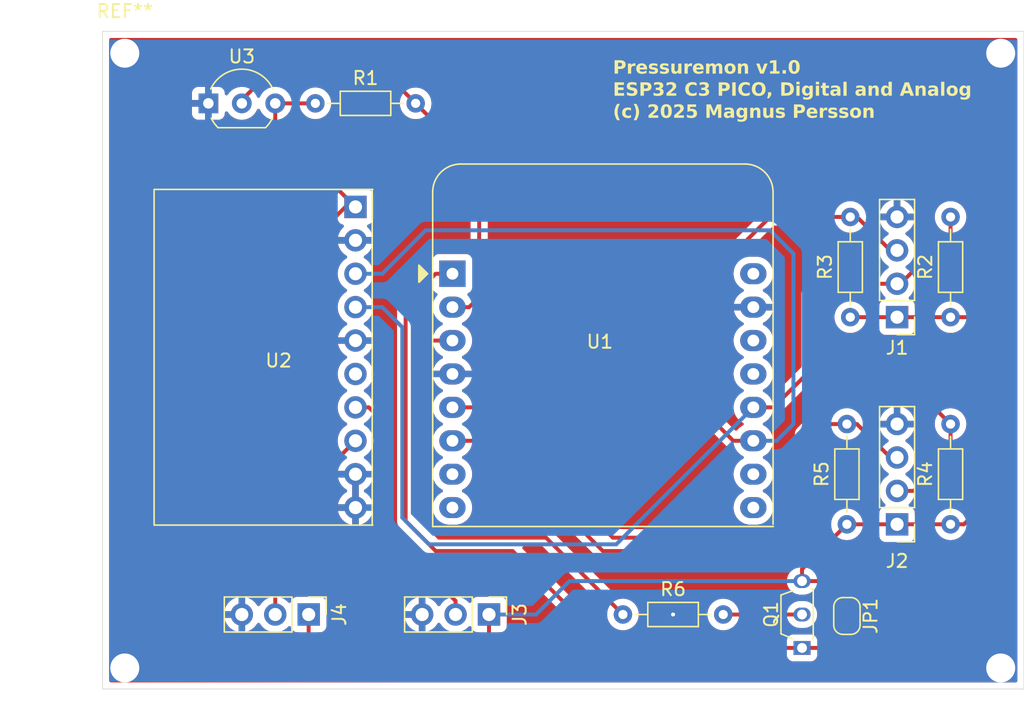
<source format=kicad_pcb>
(kicad_pcb (version 20241229) (generator "pcbnew") (generator_version "9.0")
  (layers (0 "F.Cu" signal) (2 "B.Cu" signal) (13 "F.Paste" user) (15 "B.Paste" user) (5 "F.SilkS" user "F.Silkscreen") (7 "B.SilkS" user "B.Silkscreen") (1 "F.Mask" user) (3 "B.Mask" user) (25 "Edge.Cuts" user))
  (net 0 "")
  (net 1 "GND")
  (net 2 "/SCL")
  (net 3 "/SDA")
  (net 4 "/SDA1")
  (net 5 "/SCL1")
  (net 6 "+3.3V")
  (net 7 "+5V")
  (net 10 "unconnected-(U1-6-Pad11)")
  (net 13 "unconnected-(U1-7(LED)-Pad12)")
  (net 14 "/DATA")
  (net 15 "/DATA1")
  (net 17 "Net-(U1-5)")
  (net 18 "/VCC")
  (net 19 "Net-(Q1-B)")
  (net 20 "Net-(U1-4(MOSI))")
  (footprint "" (layer "F.Cu") (at 109.728 88.9)
    (property "Reference" "" (at 0 0 0) (layer "F.SilkS") (effects (font (size 1.27 1.27))))
    (property "Value" "")
    (pad "" np_thru_hole circle (at 0 0) (size 2.2 2.2) (drill 2.2) (layers "*.Cu" "*.Mask"))
  )
  (footprint "Package_TO_SOT_THT:TO-92S_Wide" (layer "F.Cu") (at 161.182 87.376 90)
    (property "Reference" "Q1" (at 2.54 -2.35 90) (layer "F.SilkS"))
    (property "Value" "BC337")
    (fp_line (start 4.02 -1.6) (end 1.07 -1.6) (stroke (width 0.12)) (layer "F.SilkS"))
    (fp_line (start 1.07 -1.6) (end 0.7 -0.7) (stroke (width 0.12)) (layer "F.SilkS"))
    (fp_line (start 4.35 -0.7) (end 4.02 -1.6) (stroke (width 0.12)) (layer "F.SilkS"))
    (fp_line (start 4.47 0.85) (end 4.5 0.7) (stroke (width 0.12)) (layer "F.SilkS"))
    (fp_line (start 0.62 0.85) (end 4.47 0.85) (stroke (width 0.12)) (layer "F.SilkS"))
    (pad "1" thru_hole rect (at 0 0 90) (size 1.05 1.3) (drill 0.75) (layers "*.Cu" "*.Mask") (net 6 "+3.3V"))
    (pad "2" thru_hole oval (at 2.54 0 90) (size 1.05 1.3) (drill 0.75) (layers "*.Cu" "*.Mask") (net 19 "Net-(Q1-B)"))
    (pad "3" thru_hole oval (at 5.08 0 90) (size 1.05 1.3) (drill 0.75) (layers "*.Cu" "*.Mask") (net 18 "/VCC"))
  )
  (footprint "Resistor_THT:R_Axial_DIN0204_L3.6mm_D1.6mm_P7.62mm_Horizontal" (layer "F.Cu") (at 172.466 77.978 90)
    (property "Reference" "R4" (at 3.81 -1.92 90) (layer "F.SilkS"))
    (property "Value" "3.3k")
    (fp_line (start 5.73 -0.92) (end 1.89 -0.92) (stroke (width 0.12)) (layer "F.SilkS"))
    (fp_line (start 1.89 -0.92) (end 1.89 0.92) (stroke (width 0.12)) (layer "F.SilkS"))
    (fp_line (start 6.68 0) (end 5.73 0) (stroke (width 0.12)) (layer "F.SilkS"))
    (fp_line (start 0.94 0) (end 1.89 0) (stroke (width 0.12)) (layer "F.SilkS"))
    (fp_line (start 5.73 0.92) (end 5.73 -0.92) (stroke (width 0.12)) (layer "F.SilkS"))
    (fp_line (start 1.89 0.92) (end 5.73 0.92) (stroke (width 0.12)) (layer "F.SilkS"))
    (pad "1" thru_hole circle (at 0 0 90) (size 1.4 1.4) (drill 0.7) (layers "*.Cu" "*.Mask") (net 18 "/VCC"))
    (pad "2" thru_hole oval (at 7.62 0 90) (size 1.4 1.4) (drill 0.7) (layers "*.Cu" "*.Mask") (net 4 "/SDA1"))
  )
  (footprint "Connector_PinHeader_2.54mm:PinHeader_1x04_P2.54mm_Vertical" (layer "F.Cu") (at 168.402 62.23 180)
    (property "Reference" "J1" (at 0 -2.33 0) (layer "F.SilkS"))
    (property "Value" "Digital Pressure 1")
    (fp_line (start 1.33 1.27) (end 1.33 8.95) (stroke (width 0.12)) (layer "F.SilkS"))
    (fp_line (start -1.33 8.95) (end 1.33 8.95) (stroke (width 0.12)) (layer "F.SilkS"))
    (fp_line (start -1.33 1.27) (end 1.33 1.27) (stroke (width 0.12)) (layer "F.SilkS"))
    (fp_line (start -1.33 1.27) (end -1.33 8.95) (stroke (width 0.12)) (layer "F.SilkS"))
    (fp_line (start -1.33 0) (end -1.33 -1.33) (stroke (width 0.12)) (layer "F.SilkS"))
    (fp_line (start -1.33 -1.33) (end 0 -1.33) (stroke (width 0.12)) (layer "F.SilkS"))
    (pad "1" thru_hole rect (at 0 0 180) (size 1.7 1.7) (drill 1) (layers "*.Cu" "*.Mask") (net 18 "/VCC"))
    (pad "2" thru_hole oval (at 0 2.54 180) (size 1.7 1.7) (drill 1) (layers "*.Cu" "*.Mask") (net 3 "/SDA"))
    (pad "3" thru_hole oval (at 0 5.08 180) (size 1.7 1.7) (drill 1) (layers "*.Cu" "*.Mask") (net 2 "/SCL"))
    (pad "4" thru_hole oval (at 0 7.62 180) (size 1.7 1.7) (drill 1) (layers "*.Cu" "*.Mask") (net 1 "GND"))
  )
  (footprint "Resistor_THT:R_Axial_DIN0204_L3.6mm_D1.6mm_P7.62mm_Horizontal" (layer "F.Cu") (at 124.206 45.974)
    (property "Reference" "R1" (at 3.81 -1.92 0) (layer "F.SilkS"))
    (property "Value" "3.3k")
    (fp_line (start 0.94 0) (end 1.89 0) (stroke (width 0.12)) (layer "F.SilkS"))
    (fp_line (start 1.89 -0.92) (end 1.89 0.92) (stroke (width 0.12)) (layer "F.SilkS"))
    (fp_line (start 1.89 0.92) (end 5.73 0.92) (stroke (width 0.12)) (layer "F.SilkS"))
    (fp_line (start 5.73 -0.92) (end 1.89 -0.92) (stroke (width 0.12)) (layer "F.SilkS"))
    (fp_line (start 5.73 0.92) (end 5.73 -0.92) (stroke (width 0.12)) (layer "F.SilkS"))
    (fp_line (start 6.68 0) (end 5.73 0) (stroke (width 0.12)) (layer "F.SilkS"))
    (pad "1" thru_hole circle (at 0 0) (size 1.4 1.4) (drill 0.7) (layers "*.Cu" "*.Mask") (net 18 "/VCC"))
    (pad "2" thru_hole oval (at 7.62 0) (size 1.4 1.4) (drill 0.7) (layers "*.Cu" "*.Mask") (net 17 "Net-(U1-5)"))
  )
  (footprint "Resistor_THT:R_Axial_DIN0204_L3.6mm_D1.6mm_P7.62mm_Horizontal" (layer "F.Cu") (at 172.466 62.23 90)
    (property "Reference" "R2" (at 3.81 -1.92 90) (layer "F.SilkS"))
    (property "Value" "3.3k")
    (fp_line (start 5.73 -0.92) (end 1.89 -0.92) (stroke (width 0.12)) (layer "F.SilkS"))
    (fp_line (start 1.89 -0.92) (end 1.89 0.92) (stroke (width 0.12)) (layer "F.SilkS"))
    (fp_line (start 6.68 0) (end 5.73 0) (stroke (width 0.12)) (layer "F.SilkS"))
    (fp_line (start 0.94 0) (end 1.89 0) (stroke (width 0.12)) (layer "F.SilkS"))
    (fp_line (start 5.73 0.92) (end 5.73 -0.92) (stroke (width 0.12)) (layer "F.SilkS"))
    (fp_line (start 1.89 0.92) (end 5.73 0.92) (stroke (width 0.12)) (layer "F.SilkS"))
    (pad "1" thru_hole circle (at 0 0 90) (size 1.4 1.4) (drill 0.7) (layers "*.Cu" "*.Mask") (net 18 "/VCC"))
    (pad "2" thru_hole oval (at 7.62 0 90) (size 1.4 1.4) (drill 0.7) (layers "*.Cu" "*.Mask") (net 3 "/SDA"))
  )
  (footprint "" (layer "F.Cu") (at 176.276 88.9)
    (property "Reference" "" (at 0 0 0) (layer "F.SilkS") (effects (font (size 1.27 1.27))))
    (property "Value" "")
    (pad "" np_thru_hole circle (at 0 0) (size 2.2 2.2) (drill 2.2) (layers "*.Cu" "*.Mask"))
  )
  (footprint "Resistor_THT:R_Axial_DIN0204_L3.6mm_D1.6mm_P7.62mm_Horizontal" (layer "F.Cu") (at 147.574 84.836)
    (property "Reference" "R6" (at 3.81 -1.92 0) (layer "F.SilkS"))
    (property "Value" "1k")
    (fp_line (start 0.94 0) (end 1.89 0) (stroke (width 0.12)) (layer "F.SilkS"))
    (fp_line (start 1.89 -0.92) (end 1.89 0.92) (stroke (width 0.12)) (layer "F.SilkS"))
    (fp_line (start 1.89 0.92) (end 5.73 0.92) (stroke (width 0.12)) (layer "F.SilkS"))
    (fp_line (start 5.73 -0.92) (end 1.89 -0.92) (stroke (width 0.12)) (layer "F.SilkS"))
    (fp_line (start 5.73 0.92) (end 5.73 -0.92) (stroke (width 0.12)) (layer "F.SilkS"))
    (fp_line (start 6.68 0) (end 5.73 0) (stroke (width 0.12)) (layer "F.SilkS"))
    (pad "1" thru_hole circle (at 0 0) (size 1.4 1.4) (drill 0.7) (layers "*.Cu" "*.Mask") (net 20 "Net-(U1-4(MOSI))"))
    (pad "2" thru_hole oval (at 7.62 0) (size 1.4 1.4) (drill 0.7) (layers "*.Cu" "*.Mask") (net 19 "Net-(Q1-B)"))
  )
  (footprint "pressuremon_library:ESP32C3-pico" (layer "F.Cu") (at 134.62 58.928)
    (property "Reference" "U1" (at 11.199 5.168 0) (layer "F.SilkS"))
    (property "Value" "~")
    (fp_line (start -1.5 19.22) (end -1.5 -6.21) (stroke (width 0.12)) (layer "F.SilkS"))
    (fp_line (start -1.5 19.22) (end 24.384 19.22) (stroke (width 0.12)) (layer "F.SilkS"))
    (fp_line (start 22.24 -8.34) (end 0.63 -8.34) (stroke (width 0.12)) (layer "F.SilkS"))
    (fp_line (start 24.36 19.05) (end 24.36 -6.21) (stroke (width 0.12)) (layer "F.SilkS"))
    (fp_arc (start -1.5 -6.21) (mid -0.876137 -7.716137) (end 0.63 -8.34) (stroke (width 0.12)) (layer "F.SilkS"))
    (fp_arc (start 22.23 -8.34) (mid 23.736137 -7.716137) (end 24.36 -6.21) (stroke (width 0.12)) (layer "F.SilkS"))
    (fp_poly (pts (xy -2.54 -0.635) (xy -2.54 0.635) (xy -1.905 0)) (stroke (width 0.15)) (fill yes) (layer "F.SilkS"))
    (pad "1" thru_hole rect (at 0 0) (size 2 2) (drill 0.9) (layers "*.Cu" "*.Mask") (net 6 "+3.3V"))
    (pad "2" thru_hole oval (at 0 2.54) (size 2 1.6) (drill 0.9) (layers "*.Cu" "*.Mask") (net 17 "Net-(U1-5)"))
    (pad "3" thru_hole oval (at 0 5.08) (size 2 1.6) (drill 0.9) (layers "*.Cu" "*.Mask") (net 20 "Net-(U1-4(MOSI))"))
    (pad "4" thru_hole oval (at 0 7.62) (size 2 1.6) (drill 0.9) (layers "*.Cu" "*.Mask") (net 1 "GND"))
    (pad "5" thru_hole oval (at 0 10.16) (size 2 1.6) (drill 0.9) (layers "*.Cu" "*.Mask") (net 4 "/SDA1"))
    (pad "6" thru_hole oval (at 0 12.7) (size 2 1.6) (drill 0.9) (layers "*.Cu" "*.Mask") (net 5 "/SCL1"))
    (pad "7" thru_hole oval (at 0 15.24) (size 2 1.6) (drill 0.9) (layers "*.Cu" "*.Mask"))
    (pad "8" thru_hole oval (at 0 17.78) (size 2 1.6) (drill 0.9) (layers "*.Cu" "*.Mask"))
    (pad "9" thru_hole oval (at 22.86 0) (size 2 1.6) (drill 0.9) (layers "*.Cu" "*.Mask") (net 7 "+5V"))
    (pad "10" thru_hole oval (at 22.86 2.54) (size 2 1.6) (drill 0.9) (layers "*.Cu" "*.Mask") (net 1 "GND"))
    (pad "11" thru_hole oval (at 22.86 5.08) (size 2 1.6) (drill 0.9) (layers "*.Cu" "*.Mask") (net 10 "unconnected-(U1-6-Pad11)"))
    (pad "12" thru_hole oval (at 22.86 7.62) (size 2 1.6) (drill 0.9) (layers "*.Cu" "*.Mask") (net 13 "unconnected-(U1-7(LED)-Pad12)"))
    (pad "13" thru_hole oval (at 22.86 10.16) (size 2 1.6) (drill 0.9) (layers "*.Cu" "*.Mask") (net 3 "/SDA"))
    (pad "14" thru_hole oval (at 22.86 12.7) (size 2 1.6) (drill 0.9) (layers "*.Cu" "*.Mask") (net 2 "/SCL"))
    (pad "15" thru_hole oval (at 22.86 15.24) (size 2 1.6) (drill 0.9) (layers "*.Cu" "*.Mask"))
    (pad "16" thru_hole oval (at 22.86 17.78) (size 2 1.6) (drill 0.9) (layers "*.Cu" "*.Mask"))
  )
  (footprint "" (layer "F.Cu") (at 176.276 42.164)
    (property "Reference" "" (at 0 0 0) (layer "F.SilkS") (effects (font (size 1.27 1.27))))
    (property "Value" "")
    (pad "" np_thru_hole circle (at 0 0) (size 2.2 2.2) (drill 2.2) (layers "*.Cu" "*.Mask"))
  )
  (footprint "Package_TO_SOT_THT:TO-92_Inline_Wide" (layer "F.Cu") (at 116.078 45.974)
    (property "Reference" "U3" (at 2.54 -3.56 0) (layer "F.SilkS"))
    (property "Value" "DS18B20")
    (fp_line (start 0.74 1.85) (end 4.34 1.85) (stroke (width 0.12)) (layer "F.SilkS"))
    (fp_arc (start 0.1836 -1.098807) (mid 1.143021 -2.192817) (end 2.54 -2.6) (stroke (width 0.12)) (layer "F.SilkS"))
    (fp_arc (start 0.74 1.85) (mid 0.446097 1.509328) (end 0.215816 1.122795) (stroke (width 0.12)) (layer "F.SilkS"))
    (fp_arc (start 2.54 -2.6) (mid 3.936979 -2.192818) (end 4.8964 -1.098807) (stroke (width 0.12)) (layer "F.SilkS"))
    (fp_arc (start 4.864184 1.122795) (mid 4.633903 1.509328) (end 4.34 1.85) (stroke (width 0.12)) (layer "F.SilkS"))
    (pad "1" thru_hole rect (at 0 0) (size 1.5 1.5) (drill 0.8) (layers "*.Cu" "*.Mask") (net 1 "GND"))
    (pad "2" thru_hole circle (at 2.54 0) (size 1.5 1.5) (drill 0.8) (layers "*.Cu" "*.Mask") (net 17 "Net-(U1-5)"))
    (pad "3" thru_hole circle (at 5.08 0) (size 1.5 1.5) (drill 0.8) (layers "*.Cu" "*.Mask") (net 18 "/VCC"))
  )
  (footprint "Resistor_THT:R_Axial_DIN0204_L3.6mm_D1.6mm_P7.62mm_Horizontal" (layer "F.Cu") (at 164.592 77.978 90)
    (property "Reference" "R5" (at 3.81 -1.92 90) (layer "F.SilkS"))
    (property "Value" "3.3k")
    (fp_line (start 5.73 -0.92) (end 1.89 -0.92) (stroke (width 0.12)) (layer "F.SilkS"))
    (fp_line (start 1.89 -0.92) (end 1.89 0.92) (stroke (width 0.12)) (layer "F.SilkS"))
    (fp_line (start 6.68 0) (end 5.73 0) (stroke (width 0.12)) (layer "F.SilkS"))
    (fp_line (start 0.94 0) (end 1.89 0) (stroke (width 0.12)) (layer "F.SilkS"))
    (fp_line (start 5.73 0.92) (end 5.73 -0.92) (stroke (width 0.12)) (layer "F.SilkS"))
    (fp_line (start 1.89 0.92) (end 5.73 0.92) (stroke (width 0.12)) (layer "F.SilkS"))
    (pad "1" thru_hole circle (at 0 0 90) (size 1.4 1.4) (drill 0.7) (layers "*.Cu" "*.Mask") (net 18 "/VCC"))
    (pad "2" thru_hole oval (at 7.62 0 90) (size 1.4 1.4) (drill 0.7) (layers "*.Cu" "*.Mask") (net 5 "/SCL1"))
  )
  (footprint "Connector_PinHeader_2.54mm:PinHeader_1x04_P2.54mm_Vertical" (layer "F.Cu") (at 168.402 77.978 180)
    (property "Reference" "J2" (at 0 -2.794 180) (layer "F.SilkS"))
    (property "Value" "Digital Pressure 2" (hide yes))
    (fp_line (start 1.33 1.27) (end 1.33 8.95) (stroke (width 0.12)) (layer "F.SilkS"))
    (fp_line (start -1.33 8.95) (end 1.33 8.95) (stroke (width 0.12)) (layer "F.SilkS"))
    (fp_line (start -1.33 1.27) (end 1.33 1.27) (stroke (width 0.12)) (layer "F.SilkS"))
    (fp_line (start -1.33 1.27) (end -1.33 8.95) (stroke (width 0.12)) (layer "F.SilkS"))
    (fp_line (start -1.33 0) (end -1.33 -1.33) (stroke (width 0.12)) (layer "F.SilkS"))
    (fp_line (start -1.33 -1.33) (end 0 -1.33) (stroke (width 0.12)) (layer "F.SilkS"))
    (pad "1" thru_hole rect (at 0 0 180) (size 1.7 1.7) (drill 1) (layers "*.Cu" "*.Mask") (net 18 "/VCC"))
    (pad "2" thru_hole oval (at 0 2.54 180) (size 1.7 1.7) (drill 1) (layers "*.Cu" "*.Mask") (net 4 "/SDA1"))
    (pad "3" thru_hole oval (at 0 5.08 180) (size 1.7 1.7) (drill 1) (layers "*.Cu" "*.Mask") (net 5 "/SCL1"))
    (pad "4" thru_hole oval (at 0 7.62 180) (size 1.7 1.7) (drill 1) (layers "*.Cu" "*.Mask") (net 1 "GND"))
  )
  (footprint "Connector_PinHeader_2.54mm:PinHeader_1x03_P2.54mm_Vertical" (layer "F.Cu") (at 123.698 84.836 -90)
    (property "Reference" "J4" (at 0 -2.33 270) (layer "F.SilkS"))
    (property "Value" "Analog Pressure 2")
    (fp_line (start -1.33 6.41) (end 1.33 6.41) (stroke (width 0.12)) (layer "F.SilkS"))
    (fp_line (start -1.33 1.27) (end -1.33 6.41) (stroke (width 0.12)) (layer "F.SilkS"))
    (fp_line (start -1.33 1.27) (end 1.33 1.27) (stroke (width 0.12)) (layer "F.SilkS"))
    (fp_line (start 1.33 1.27) (end 1.33 6.41) (stroke (width 0.12)) (layer "F.SilkS"))
    (fp_line (start -1.33 0) (end -1.33 -1.33) (stroke (width 0.12)) (layer "F.SilkS"))
    (fp_line (start -1.33 -1.33) (end 0 -1.33) (stroke (width 0.12)) (layer "F.SilkS"))
    (pad "1" thru_hole rect (at 0 0 270) (size 1.7 1.7) (drill 1) (layers "*.Cu" "*.Mask") (net 18 "/VCC"))
    (pad "2" thru_hole oval (at 0 2.54 270) (size 1.7 1.7) (drill 1) (layers "*.Cu" "*.Mask") (net 15 "/DATA1"))
    (pad "3" thru_hole oval (at 0 5.08 270) (size 1.7 1.7) (drill 1) (layers "*.Cu" "*.Mask") (net 1 "GND"))
  )
  (footprint "Connector_PinHeader_2.54mm:PinHeader_1x03_P2.54mm_Vertical" (layer "F.Cu") (at 137.399 84.836 -90)
    (property "Reference" "J3" (at 0 -2.33 90) (layer "F.SilkS"))
    (property "Value" "Analog Pressure 1")
    (fp_line (start -1.33 6.41) (end 1.33 6.41) (stroke (width 0.12)) (layer "F.SilkS"))
    (fp_line (start -1.33 1.27) (end -1.33 6.41) (stroke (width 0.12)) (layer "F.SilkS"))
    (fp_line (start -1.33 1.27) (end 1.33 1.27) (stroke (width 0.12)) (layer "F.SilkS"))
    (fp_line (start 1.33 1.27) (end 1.33 6.41) (stroke (width 0.12)) (layer "F.SilkS"))
    (fp_line (start -1.33 0) (end -1.33 -1.33) (stroke (width 0.12)) (layer "F.SilkS"))
    (fp_line (start -1.33 -1.33) (end 0 -1.33) (stroke (width 0.12)) (layer "F.SilkS"))
    (pad "1" thru_hole rect (at 0 0 270) (size 1.7 1.7) (drill 1) (layers "*.Cu" "*.Mask") (net 18 "/VCC"))
    (pad "2" thru_hole oval (at 0 2.54 270) (size 1.7 1.7) (drill 1) (layers "*.Cu" "*.Mask") (net 14 "/DATA"))
    (pad "3" thru_hole oval (at 0 5.08 270) (size 1.7 1.7) (drill 1) (layers "*.Cu" "*.Mask") (net 1 "GND"))
  )
  (footprint "pressuremon_library:adc1115" (layer "F.Cu") (at 113.284 53.848)
    (property "Reference" "U2" (at 8.128 11.684 0) (layer "F.SilkS"))
    (property "Value" "~")
    (fp_line (start -1.33 -1.33) (end -1.33 24.19) (stroke (width 0.12)) (layer "F.SilkS"))
    (fp_line (start -1.285 -1.33) (end 15.285 -1.33) (stroke (width 0.12)) (layer "F.SilkS"))
    (fp_line (start -1.285 24.19) (end 15.285 24.19) (stroke (width 0.12)) (layer "F.SilkS"))
    (fp_line (start 15.24 -1.33) (end 15.24 24.19) (stroke (width 0.12)) (layer "F.SilkS"))
    (pad "1" thru_hole rect (at 13.97 0) (size 1.7 1.7) (drill 1) (layers "*.Cu" "*.Mask") (net 18 "/VCC"))
    (pad "2" thru_hole oval (at 13.97 2.54) (size 1.7 1.7) (drill 1) (layers "*.Cu" "*.Mask") (net 1 "GND"))
    (pad "3" thru_hole oval (at 13.97 5.08) (size 1.7 1.7) (drill 1) (layers "*.Cu" "*.Mask") (net 2 "/SCL"))
    (pad "4" thru_hole oval (at 13.97 7.62) (size 1.7 1.7) (drill 1) (layers "*.Cu" "*.Mask") (net 3 "/SDA"))
    (pad "5" thru_hole oval (at 13.97 10.16) (size 1.7 1.7) (drill 1) (layers "*.Cu" "*.Mask") (net 1 "GND"))
    (pad "6" thru_hole oval (at 13.97 12.7) (size 1.7 1.7) (drill 1) (layers "*.Cu" "*.Mask"))
    (pad "7" thru_hole oval (at 13.97 15.24) (size 1.7 1.7) (drill 1) (layers "*.Cu" "*.Mask") (net 14 "/DATA"))
    (pad "8" thru_hole oval (at 13.97 17.78) (size 1.7 1.7) (drill 1) (layers "*.Cu" "*.Mask") (net 15 "/DATA1"))
    (pad "9" thru_hole oval (at 13.97 20.32) (size 1.7 1.7) (drill 1) (layers "*.Cu" "*.Mask") (net 1 "GND"))
    (pad "10" thru_hole oval (at 13.97 22.86) (size 1.7 1.7) (drill 1) (layers "*.Cu" "*.Mask") (net 1 "GND"))
  )
  (footprint "MountingHole:MountingHole_2.2mm_M2" (layer "F.Cu") (at 109.728 42.164)
    (property "Reference" "REF**" (at 0 -3.2 0) (layer "F.SilkS"))
    (property "Value" "MountingHole_2.2mm_M2")
    (pad "" np_thru_hole circle (at 0 0) (size 2.2 2.2) (drill 2.2) (layers "*.Cu" "*.Mask"))
  )
  (footprint "Resistor_THT:R_Axial_DIN0204_L3.6mm_D1.6mm_P7.62mm_Horizontal" (layer "F.Cu") (at 164.846 62.23 90)
    (property "Reference" "R3" (at 3.81 -1.92 90) (layer "F.SilkS"))
    (property "Value" "3.3k")
    (fp_line (start 5.73 -0.92) (end 1.89 -0.92) (stroke (width 0.12)) (layer "F.SilkS"))
    (fp_line (start 1.89 -0.92) (end 1.89 0.92) (stroke (width 0.12)) (layer "F.SilkS"))
    (fp_line (start 6.68 0) (end 5.73 0) (stroke (width 0.12)) (layer "F.SilkS"))
    (fp_line (start 0.94 0) (end 1.89 0) (stroke (width 0.12)) (layer "F.SilkS"))
    (fp_line (start 5.73 0.92) (end 5.73 -0.92) (stroke (width 0.12)) (layer "F.SilkS"))
    (fp_line (start 1.89 0.92) (end 5.73 0.92) (stroke (width 0.12)) (layer "F.SilkS"))
    (pad "1" thru_hole circle (at 0 0 90) (size 1.4 1.4) (drill 0.7) (layers "*.Cu" "*.Mask") (net 18 "/VCC"))
    (pad "2" thru_hole oval (at 7.62 0 90) (size 1.4 1.4) (drill 0.7) (layers "*.Cu" "*.Mask") (net 2 "/SCL"))
  )
  (footprint "Jumper:SolderJumper-2_P1.3mm_Open_RoundedPad1.0x1.5mm" (layer "F.Cu") (at 164.592 84.948 -90)
    (property "Reference" "JP1" (at 0 -1.8 90) (layer "F.SilkS"))
    (property "Value" "SolderJumper_2_Open")
    (fp_line (start 0.7 1) (end -0.7 1) (stroke (width 0.12)) (layer "F.SilkS"))
    (fp_line (start -1.4 0.3) (end -1.4 -0.3) (stroke (width 0.12)) (layer "F.SilkS"))
    (fp_line (start 1.4 -0.3) (end 1.4 0.3) (stroke (width 0.12)) (layer "F.SilkS"))
    (fp_line (start -0.7 -1) (end 0.7 -1) (stroke (width 0.12)) (layer "F.SilkS"))
    (fp_arc (start -0.7 1) (mid -1.194975 0.794975) (end -1.4 0.3) (stroke (width 0.12)) (layer "F.SilkS"))
    (fp_arc (start 1.4 0.3) (mid 1.194975 0.794975) (end 0.7 1) (stroke (width 0.12)) (layer "F.SilkS"))
    (fp_arc (start -1.4 -0.3) (mid -1.194975 -0.794975) (end -0.7 -1) (stroke (width 0.12)) (layer "F.SilkS"))
    (fp_arc (start 0.7 -1) (mid 1.194975 -0.794975) (end 1.4 -0.3) (stroke (width 0.12)) (layer "F.SilkS"))
    (pad "1" smd custom (at -0.65 0 270) (size 1 0.5) (layers "F.Cu" "F.Mask") (net 18 "/VCC") (options (clearance outline) (anchor rect)) (primitives (gr_circle (center 0 0.25) (end 0.5 0.25) (width 0) (fill yes)) (gr_circle (center 0 -0.25) (end 0.5 -0.25) (width 0) (fill yes)) (gr_poly (pts (xy 0.5 0.75) (xy 0 0.75) (xy 0 -0.75) (xy 0.5 -0.75)) (width 0) (fill yes))))
    (pad "2" smd custom (at 0.65 0 270) (size 1 0.5) (layers "F.Cu" "F.Mask") (net 6 "+3.3V") (options (clearance outline) (anchor rect)) (primitives (gr_circle (center 0 0.25) (end 0.5 0.25) (width 0) (fill yes)) (gr_circle (center 0 -0.25) (end 0.5 -0.25) (width 0) (fill yes)) (gr_poly (pts (xy 0 0.75) (xy -0.5 0.75) (xy -0.5 -0.75) (xy 0 -0.75)) (width 0) (fill yes))))
  )
  (gr_rect (start 108.039 40.5) (end 178.039 90.5) (stroke (width 0.05)) (fill no) (layer "Edge.Cuts"))
  (gr_text "Pressuremon v1.0 \nESP32 C3 PICO, Digital and Analog\n(c) 2025 Magnus Persson" (at 146.812 47.244 0) (layer "F.SilkS") (effects (font (size 1 1) (thickness 0.25) (bold yes)) (justify left bottom)))
  (via (at 151.384 84.836) (size 0.6) (drill 0.3) (layers "F.Cu" "B.Cu") (net 1))
  (segment (start 155.956 71.628) (end 157.48 71.628) (width 0.3) (layer "F.Cu") (net 2))
  (segment (start 167.894 57.15) (end 165.354 54.61) (width 0.3) (layer "F.Cu") (net 2))
  (segment (start 165.354 54.61) (end 164.846 54.61) (width 0.3) (layer "F.Cu") (net 2))
  (segment (start 154.686 70.358) (end 155.956 71.628) (width 0.3) (layer "F.Cu") (net 2))
  (segment (start 154.686 58.674) (end 154.686 70.358) (width 0.3) (layer "F.Cu") (net 2))
  (segment (start 168.402 57.15) (end 167.894 57.15) (width 0.3) (layer "F.Cu") (net 2))
  (segment (start 164.846 54.61) (end 158.75 54.61) (width 0.3) (layer "F.Cu") (net 2))
  (segment (start 158.75 54.61) (end 154.686 58.674) (width 0.3) (layer "F.Cu") (net 2))
  (segment (start 159.258 71.628) (end 160.528 70.358) (width 0.3) (layer "B.Cu") (net 2))
  (segment (start 129.286 58.928) (end 127.254 58.928) (width 0.3) (layer "B.Cu") (net 2))
  (segment (start 157.48 71.628) (end 159.258 71.628) (width 0.3) (layer "B.Cu") (net 2))
  (segment (start 160.528 70.358) (end 160.528 57.404) (width 0.3) (layer "B.Cu") (net 2))
  (segment (start 160.528 57.404) (end 158.75 55.626) (width 0.3) (layer "B.Cu") (net 2))
  (segment (start 158.75 55.626) (end 132.588 55.626) (width 0.3) (layer "B.Cu") (net 2))
  (segment (start 132.588 55.626) (end 129.286 58.928) (width 0.3) (layer "B.Cu") (net 2))
  (segment (start 172.466 55.88) (end 168.656 59.69) (width 0.3) (layer "F.Cu") (net 3))
  (segment (start 162.56 59.69) (end 168.402 59.69) (width 0.3) (layer "F.Cu") (net 3))
  (segment (start 157.48 69.088) (end 159.004 69.088) (width 0.3) (layer "F.Cu") (net 3))
  (segment (start 161.798 66.294) (end 161.798 60.452) (width 0.3) (layer "F.Cu") (net 3))
  (segment (start 159.004 69.088) (end 161.798 66.294) (width 0.3) (layer "F.Cu") (net 3))
  (segment (start 161.798 60.452) (end 162.56 59.69) (width 0.3) (layer "F.Cu") (net 3))
  (segment (start 172.466 54.61) (end 172.466 55.88) (width 0.3) (layer "F.Cu") (net 3))
  (segment (start 168.656 59.69) (end 168.402 59.69) (width 0.3) (layer "F.Cu") (net 3))
  (segment (start 127.254 61.468) (end 129.286 61.468) (width 0.3) (layer "B.Cu") (net 3))
  (segment (start 132.842 79.502) (end 147.066 79.502) (width 0.3) (layer "B.Cu") (net 3))
  (segment (start 129.286 61.468) (end 130.81 62.992) (width 0.3) (layer "B.Cu") (net 3))
  (segment (start 147.066 79.502) (end 157.48 69.088) (width 0.3) (layer "B.Cu") (net 3))
  (segment (start 130.81 77.47) (end 132.842 79.502) (width 0.3) (layer "B.Cu") (net 3))
  (segment (start 130.81 62.992) (end 130.81 77.47) (width 0.3) (layer "B.Cu") (net 3))
  (segment (start 146.812 78.994) (end 159.258001 78.994) (width 0.3) (layer "F.Cu") (net 4))
  (segment (start 161.29 76.962001) (end 161.29 71.12) (width 0.3) (layer "F.Cu") (net 4))
  (segment (start 172.466 72.644) (end 169.672 75.438) (width 0.3) (layer "F.Cu") (net 4))
  (segment (start 159.258001 78.994) (end 161.29 76.962001) (width 0.3) (layer "F.Cu") (net 4))
  (segment (start 170.434 68.326) (end 172.466 70.358) (width 0.3) (layer "F.Cu") (net 4))
  (segment (start 134.62 69.088) (end 136.906 69.088) (width 0.3) (layer "F.Cu") (net 4))
  (segment (start 172.466 70.358) (end 172.466 72.644) (width 0.3) (layer "F.Cu") (net 4))
  (segment (start 169.672 75.438) (end 168.402 75.438) (width 0.3) (layer "F.Cu") (net 4))
  (segment (start 161.29 71.12) (end 164.084 68.326) (width 0.3) (layer "F.Cu") (net 4))
  (segment (start 136.906 69.088) (end 146.812 78.994) (width 0.3) (layer "F.Cu") (net 4))
  (segment (start 164.084 68.326) (end 170.434 68.326) (width 0.3) (layer "F.Cu") (net 4))
  (segment (start 162.306 71.374) (end 163.322 70.358) (width 0.3) (layer "F.Cu") (net 5))
  (segment (start 167.894 72.898) (end 168.402 72.898) (width 0.3) (layer "F.Cu") (net 5))
  (segment (start 165.354 70.358) (end 167.894 72.898) (width 0.3) (layer "F.Cu") (net 5))
  (segment (start 137.668 71.628) (end 146.05 80.01) (width 0.3) (layer "F.Cu") (net 5))
  (segment (start 134.62 71.628) (end 137.668 71.628) (width 0.3) (layer "F.Cu") (net 5))
  (segment (start 163.322 70.358) (end 165.354 70.358) (width 0.3) (layer "F.Cu") (net 5))
  (segment (start 146.05 80.01) (end 159.766 80.01) (width 0.3) (layer "F.Cu") (net 5))
  (segment (start 159.766 80.01) (end 162.306 77.47) (width 0.3) (layer "F.Cu") (net 5))
  (segment (start 162.306 77.47) (end 162.306 71.374) (width 0.3) (layer "F.Cu") (net 5))
  (segment (start 131.064 77.724) (end 131.064 61.214) (width 0.3) (layer "F.Cu") (net 6))
  (segment (start 164.592 86.868) (end 164.592 85.598) (width 0.3) (layer "F.Cu") (net 6))
  (segment (start 161.182 87.376) (end 146.558 87.376) (width 0.3) (layer "F.Cu") (net 6))
  (segment (start 161.182 87.376) (end 164.084 87.376) (width 0.3) (layer "F.Cu") (net 6))
  (segment (start 133.35 80.01) (end 131.064 77.724) (width 0.3) (layer "F.Cu") (net 6))
  (segment (start 164.084 87.376) (end 164.592 86.868) (width 0.3) (layer "F.Cu") (net 6))
  (segment (start 131.064 61.214) (end 133.35 58.928) (width 0.3) (layer "F.Cu") (net 6))
  (segment (start 139.192 80.01) (end 133.35 80.01) (width 0.3) (layer "F.Cu") (net 6))
  (segment (start 146.558 87.376) (end 139.192 80.01) (width 0.3) (layer "F.Cu") (net 6))
  (segment (start 133.35 58.928) (end 134.62 58.928) (width 0.3) (layer "F.Cu") (net 6))
  (segment (start 158.076 64.428) (end 157.457 64.428) (width 0.5) (layer "F.Cu") (net 10))
  (segment (start 157.568 66.968) (end 157.457 66.968) (width 0.5) (layer "F.Cu") (net 13))
  (segment (start 134.859 83.805) (end 134.859 84.836) (width 0.3) (layer "F.Cu") (net 14))
  (segment (start 129.286 70.104) (end 129.286 78.232) (width 0.3) (layer "F.Cu") (net 14))
  (segment (start 129.286 78.232) (end 134.859 83.805) (width 0.3) (layer "F.Cu") (net 14))
  (segment (start 127.254 69.088) (end 128.27 69.088) (width 0.3) (layer "F.Cu") (net 14))
  (segment (start 128.27 69.088) (end 129.286 70.104) (width 0.3) (layer "F.Cu") (net 14))
  (segment (start 127.254 71.628) (end 121.158 77.724) (width 0.3) (layer "F.Cu") (net 15))
  (segment (start 121.158 77.724) (end 121.158 84.836) (width 0.3) (layer "F.Cu") (net 15))
  (segment (start 130.048 44.196) (end 120.142 44.196) (width 0.3) (layer "F.Cu") (net 17))
  (segment (start 118.618 45.72) (end 118.618 45.974) (width 0.3) (layer "F.Cu") (net 17))
  (segment (start 119.126 45.959) (end 119.111 45.974) (width 0.3) (layer "F.Cu") (net 17))
  (segment (start 135.89 61.468) (end 136.652 60.706) (width 0.3) (layer "F.Cu") (net 17))
  (segment (start 120.142 44.196) (end 118.618 45.72) (width 0.3) (layer "F.Cu") (net 17))
  (segment (start 136.652 60.706) (end 136.652 50.8) (width 0.3) (layer "F.Cu") (net 17))
  (segment (start 136.652 50.8) (end 131.826 45.974) (width 0.3) (layer "F.Cu") (net 17))
  (segment (start 131.826 45.974) (end 130.048 44.196) (width 0.3) (layer "F.Cu") (net 17))
  (segment (start 134.62 61.468) (end 135.89 61.468) (width 0.3) (layer "F.Cu") (net 17))
  (segment (start 122.936 87.63) (end 123.698 86.868) (width 0.3) (layer "F.Cu") (net 18))
  (segment (start 173.736 62.23) (end 168.402 62.23) (width 0.3) (layer "F.Cu") (net 18))
  (segment (start 127.254 53.848) (end 126.492 53.848) (width 0.3) (layer "F.Cu") (net 18))
  (segment (start 115.824 64.516) (end 115.824 85.852) (width 0.3) (layer "F.Cu") (net 18))
  (segment (start 161.182 82.296) (end 161.182 81.388) (width 0.3) (layer "F.Cu") (net 18))
  (segment (start 164.592 77.978) (end 168.402 77.978) (width 0.3) (layer "F.Cu") (net 18))
  (segment (start 137.399 86.629) (end 136.398 87.63) (width 0.3) (layer "F.Cu") (net 18))
  (segment (start 121.158 45.974) (end 121.158 47.752) (width 0.3) (layer "F.Cu") (net 18))
  (segment (start 136.398 87.63) (end 124.46 87.63) (width 0.3) (layer "F.Cu") (net 18))
  (segment (start 163.83 82.296) (end 164.592 83.058) (width 0.3) (layer "F.Cu") (net 18))
  (segment (start 137.399 84.836) (end 137.399 86.629) (width 0.3) (layer "F.Cu") (net 18))
  (segment (start 164.846 62.23) (end 168.402 62.23) (width 0.3) (layer "F.Cu") (net 18))
  (segment (start 115.824 85.852) (end 117.602 87.63) (width 0.3) (layer "F.Cu") (net 18))
  (segment (start 175.26 76.2) (end 175.26 63.754) (width 0.3) (layer "F.Cu") (net 18))
  (segment (start 124.46 87.63) (end 123.698 86.868) (width 0.3) (layer "F.Cu") (net 18))
  (segment (start 173.482 77.978) (end 175.26 76.2) (width 0.3) (layer "F.Cu") (net 18))
  (segment (start 164.592 83.058) (end 164.592 84.298) (width 0.3) (layer "F.Cu") (net 18))
  (segment (start 126.492 53.848) (end 115.824 64.516) (width 0.3) (layer "F.Cu") (net 18))
  (segment (start 175.26 63.754) (end 173.736 62.23) (width 0.3) (layer "F.Cu") (net 18))
  (segment (start 161.182 82.296) (end 163.83 82.296) (width 0.3) (layer "F.Cu") (net 18))
  (segment (start 127.254 53.848) (end 121.158 47.752) (width 0.3) (layer "F.Cu") (net 18))
  (segment (start 168.402 77.978) (end 173.482 77.978) (width 0.3) (layer "F.Cu") (net 18))
  (segment (start 121.158 45.974) (end 124.206 45.974) (width 0.3) (layer "F.Cu") (net 18))
  (segment (start 161.182 81.388) (end 164.592 77.978) (width 0.3) (layer "F.Cu") (net 18))
  (segment (start 117.602 87.63) (end 122.936 87.63) (width 0.3) (layer "F.Cu") (net 18))
  (segment (start 123.698 86.868) (end 123.698 84.836) (width 0.3) (layer "F.Cu") (net 18))
  (segment (start 137.399 84.836) (end 140.97 84.836) (width 0.3) (layer "B.Cu") (net 18))
  (segment (start 143.51 82.296) (end 161.182 82.296) (width 0.3) (layer "B.Cu") (net 18))
  (segment (start 140.97 84.836) (end 143.51 82.296) (width 0.3) (layer "B.Cu") (net 18))
  (segment (start 155.194 84.836) (end 161.182 84.836) (width 0.3) (layer "F.Cu") (net 19))
  (segment (start 131.826 77.216) (end 131.826 65.278) (width 0.3) (layer "F.Cu") (net 20))
  (segment (start 147.574 84.836) (end 141.732 78.994) (width 0.3) (layer "F.Cu") (net 20))
  (segment (start 134.685 64.516) (end 134.597 64.428) (width 0.5) (layer "F.Cu") (net 20))
  (segment (start 133.096 64.008) (end 134.62 64.008) (width 0.3) (layer "F.Cu") (net 20))
  (segment (start 133.604 78.994) (end 131.826 77.216) (width 0.3) (layer "F.Cu") (net 20))
  (segment (start 141.732 78.994) (end 133.604 78.994) (width 0.3) (layer "F.Cu") (net 20))
  (segment (start 131.826 65.278) (end 133.096 64.008) (width 0.3) (layer "F.Cu") (net 20))
  (zone (net 1) (net_name "GND") (layer "F.Cu") (connect_pads (clearance 0.5)) (min_thickness 0.25) (fill yes (thermal_gap 0.5) (thermal_bridge_width 0.5))
    (polygon (pts (xy 108.204 40.64) (xy 177.8 40.64) (xy 177.8 90.17) (xy 108.204 90.424)))
  )
  (zone (net 1) (net_name "GND") (layer "B.Cu") (priority 1) (connect_pads (clearance 0.5)) (min_thickness 0.25) (fill yes (thermal_gap 0.5) (thermal_bridge_width 0.5))
    (polygon (pts (xy 108.458 41.148) (xy 177.546 41.148) (xy 177.546 90.17) (xy 108.458 89.916)))
  )
)
</source>
